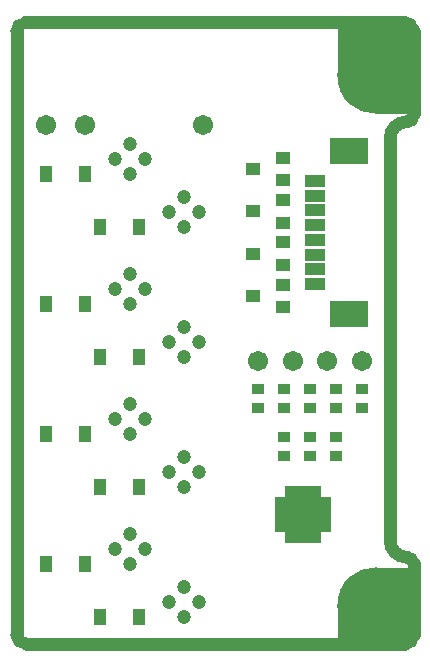
<source format=gbs>
G04*
G04 #@! TF.GenerationSoftware,Altium Limited,Altium Designer,25.3.2 (17)*
G04*
G04 Layer_Color=16711935*
%FSLAX44Y44*%
%MOMM*%
G71*
G04*
G04 #@! TF.SameCoordinates,D9C597C5-9DFD-42FE-9E8E-5E5B82B02BC8*
G04*
G04*
G04 #@! TF.FilePolarity,Negative*
G04*
G01*
G75*
%ADD13C,1.0922*%
%ADD14R,3.3586X3.3626*%
%ADD15R,6.5336X4.6587*%
%ADD16R,3.3782X3.3587*%
%ADD17R,3.3565X6.5340*%
%ADD18C,1.2032*%
%ADD19C,6.5532*%
%ADD20C,0.8032*%
%ADD42R,1.0032X0.9032*%
%ADD43C,1.7032*%
%ADD44R,1.1132X1.4232*%
%ADD45R,1.1132X1.4232*%
%ADD46R,1.1532X1.1032*%
%ADD47R,1.8032X1.0032*%
%ADD48R,3.2032X2.3032*%
G36*
X336160Y522595D02*
X336164Y522595D01*
X336227Y522587D01*
X336289Y522580D01*
X336293Y522579D01*
X336297Y522579D01*
X336357Y522564D01*
X336418Y522548D01*
X336422Y522547D01*
X336426Y522546D01*
X336483Y522523D01*
X336542Y522500D01*
X336546Y522498D01*
X336549Y522496D01*
X336603Y522466D01*
X336659Y522435D01*
X336662Y522433D01*
X336665Y522431D01*
X336716Y522393D01*
X336766Y522356D01*
X336768Y522353D01*
X336772Y522351D01*
X336817Y522307D01*
X336862Y522264D01*
X336864Y522261D01*
X336867Y522258D01*
X336906Y522208D01*
X336945Y522160D01*
X336947Y522156D01*
X336949Y522153D01*
X345839Y509151D01*
X345865Y509108D01*
X345892Y509065D01*
X345899Y509050D01*
X345907Y509036D01*
X345927Y508990D01*
X345948Y508945D01*
X345953Y508929D01*
X345959Y508914D01*
X345973Y508865D01*
X345988Y508817D01*
X345990Y508802D01*
X345995Y508786D01*
X346002Y508736D01*
X346011Y508686D01*
X346011Y508670D01*
X346014Y508654D01*
X346014Y508604D01*
X346017Y508553D01*
X345963Y506176D01*
X345960Y506145D01*
X345959Y506115D01*
X345528Y500877D01*
X345523Y500845D01*
X345521Y500812D01*
X344658Y494930D01*
X344651Y494899D01*
X344647Y494868D01*
X342543Y484836D01*
X342537Y484813D01*
X342533Y484790D01*
X340591Y477297D01*
X340576Y477252D01*
X340563Y477207D01*
X340555Y477189D01*
X340549Y477170D01*
X340529Y477128D01*
X340510Y477085D01*
X340500Y477068D01*
X340491Y477050D01*
X340466Y477011D01*
X340441Y476971D01*
X340429Y476955D01*
X340418Y476939D01*
X340387Y476903D01*
X340358Y476867D01*
X340344Y476853D01*
X340331Y476838D01*
X340296Y476807D01*
X340262Y476774D01*
X340247Y476763D01*
X340232Y476749D01*
X340193Y476723D01*
X340155Y476695D01*
X340138Y476686D01*
X340122Y476675D01*
X340080Y476653D01*
X340039Y476631D01*
X340021Y476624D01*
X340003Y476615D01*
X339958Y476599D01*
X339915Y476582D01*
X339896Y476577D01*
X339877Y476571D01*
X339831Y476561D01*
X339786Y476550D01*
X339766Y476548D01*
X339747Y476544D01*
X339700Y476540D01*
X339653Y476535D01*
X339634Y476535D01*
X339614Y476534D01*
X339567Y476537D01*
X339520Y476538D01*
X339501Y476540D01*
X339481Y476542D01*
X339434Y476550D01*
X339388Y476557D01*
X339370Y476563D01*
X339350Y476567D01*
X339305Y476581D01*
X339260Y476594D01*
X339242Y476602D01*
X339224Y476608D01*
X339181Y476629D01*
X339138Y476647D01*
X339121Y476658D01*
X339104Y476666D01*
X339064Y476692D01*
X339024Y476716D01*
X339009Y476728D01*
X338992Y476739D01*
X338956Y476770D01*
X338920Y476799D01*
X338907Y476813D01*
X338891Y476826D01*
X338860Y476861D01*
X338828Y476895D01*
X338816Y476911D01*
X338803Y476926D01*
X338776Y476965D01*
X338749Y477002D01*
X338739Y477020D01*
X338728Y477036D01*
X338707Y477078D01*
X338684Y477119D01*
X338677Y477137D01*
X338668Y477155D01*
X338653Y477199D01*
X338635Y477243D01*
X328095Y510297D01*
X328084Y510343D01*
X328070Y510389D01*
X328068Y510407D01*
X328063Y510426D01*
X328058Y510473D01*
X328051Y510521D01*
X328050Y510539D01*
X328048Y510558D01*
X328049Y510606D01*
X328048Y510654D01*
X328050Y510672D01*
X328051Y510691D01*
X328058Y510739D01*
X328063Y510786D01*
X328068Y510805D01*
X328070Y510823D01*
X328084Y510869D01*
X328095Y510915D01*
X328102Y510933D01*
X328107Y510951D01*
X328126Y510995D01*
X328144Y511039D01*
X328153Y511056D01*
X328161Y511073D01*
X328185Y511114D01*
X328208Y511156D01*
X335252Y522128D01*
X335254Y522132D01*
X335256Y522135D01*
X335294Y522186D01*
X335331Y522236D01*
X335334Y522238D01*
X335336Y522242D01*
X335380Y522287D01*
X335423Y522331D01*
X335426Y522334D01*
X335429Y522337D01*
X335479Y522376D01*
X335527Y522414D01*
X335531Y522416D01*
X335534Y522419D01*
X335588Y522451D01*
X335642Y522483D01*
X335645Y522485D01*
X335648Y522487D01*
X335706Y522511D01*
X335764Y522536D01*
X335767Y522537D01*
X335771Y522539D01*
X335833Y522556D01*
X335892Y522573D01*
X335895Y522574D01*
X335899Y522575D01*
X335961Y522584D01*
X336023Y522593D01*
X336027Y522593D01*
X336031Y522594D01*
X336094Y522594D01*
X336157Y522595D01*
X336160Y522595D01*
D02*
G37*
G36*
X261853Y129046D02*
X270877D01*
Y124046D01*
Y119046D01*
X261853D01*
Y119046D01*
X270877D01*
Y114046D01*
Y109046D01*
X261853D01*
Y109046D01*
X270877D01*
Y104046D01*
Y99046D01*
X261853D01*
Y90022D01*
X251853D01*
Y99046D01*
X251853D01*
Y90022D01*
X241853D01*
Y99046D01*
X241853D01*
Y90022D01*
X231853D01*
Y99046D01*
X222829D01*
Y104046D01*
Y109046D01*
X231853D01*
Y109046D01*
X222829D01*
Y114046D01*
Y119046D01*
X231853D01*
Y119046D01*
X222829D01*
Y124046D01*
Y129046D01*
X231853D01*
Y138070D01*
X241853D01*
Y129046D01*
X241853D01*
Y138070D01*
X251853D01*
Y129046D01*
X251853D01*
Y138070D01*
X261853D01*
Y129046D01*
D02*
G37*
G36*
X339667Y45359D02*
X339687Y45359D01*
X339732Y45353D01*
X339779Y45350D01*
X339799Y45346D01*
X339819Y45343D01*
X339864Y45332D01*
X339909Y45322D01*
X339928Y45316D01*
X339948Y45311D01*
X339992Y45293D01*
X340035Y45278D01*
X340053Y45269D01*
X340072Y45261D01*
X340112Y45239D01*
X340154Y45218D01*
X340171Y45206D01*
X340188Y45196D01*
X340225Y45169D01*
X340264Y45142D01*
X340279Y45129D01*
X340295Y45117D01*
X340328Y45085D01*
X340363Y45054D01*
X340376Y45038D01*
X340391Y45024D01*
X340419Y44988D01*
X340449Y44952D01*
X340461Y44935D01*
X340473Y44919D01*
X340497Y44880D01*
X340522Y44841D01*
X340531Y44823D01*
X340541Y44805D01*
X340560Y44763D01*
X340580Y44721D01*
X340586Y44701D01*
X340594Y44683D01*
X340607Y44638D01*
X340621Y44594D01*
X342545Y37071D01*
X342549Y37048D01*
X342555Y37025D01*
X344639Y26962D01*
X344644Y26932D01*
X344650Y26902D01*
X345505Y21009D01*
X345508Y20977D01*
X345512Y20946D01*
X345940Y15705D01*
X345940Y15675D01*
X345943Y15645D01*
X345996Y13270D01*
X345994Y13228D01*
X345995Y13186D01*
X345992Y13161D01*
X345990Y13137D01*
X345983Y13096D01*
X345978Y13054D01*
X345972Y13030D01*
X345967Y13005D01*
X345955Y12965D01*
X345944Y12925D01*
X345935Y12902D01*
X345928Y12878D01*
X345910Y12840D01*
X345894Y12802D01*
X345882Y12780D01*
X345871Y12758D01*
X345849Y12722D01*
X345828Y12686D01*
X345813Y12666D01*
X345800Y12645D01*
X345773Y12613D01*
X345748Y12580D01*
X345730Y12562D01*
X345714Y12543D01*
X345684Y12515D01*
X345654Y12485D01*
X345634Y12470D01*
X345616Y12453D01*
X345582Y12429D01*
X345549Y12404D01*
X345527Y12391D01*
X345507Y12377D01*
X345470Y12357D01*
X345434Y12336D01*
X345411Y12327D01*
X345389Y12315D01*
X345350Y12301D01*
X345311Y12284D01*
X345287Y12278D01*
X345264Y12269D01*
X345223Y12260D01*
X345183Y12249D01*
X336293Y10426D01*
X336292Y10426D01*
X336292Y10426D01*
X336213Y10415D01*
X336161Y10408D01*
X336161D01*
X336160Y10408D01*
X336066Y10407D01*
X336028Y10407D01*
X336027Y10407D01*
X336027D01*
X335954Y10417D01*
X335896Y10424D01*
X335895Y10424D01*
X335895Y10424D01*
X335822Y10443D01*
X335767Y10458D01*
X335766Y10458D01*
X335766Y10458D01*
X335694Y10487D01*
X335643Y10508D01*
X335643Y10508D01*
X335643Y10508D01*
X335589Y10539D01*
X335528Y10574D01*
X335527Y10574D01*
X335527Y10574D01*
X335468Y10619D01*
X335421Y10654D01*
X335421Y10654D01*
X335421Y10655D01*
X335362Y10713D01*
X335327Y10748D01*
X335327Y10748D01*
X335326Y10748D01*
X335284Y10803D01*
X335245Y10853D01*
X335245Y10853D01*
X335245Y10854D01*
X335210Y10913D01*
X335178Y10968D01*
X335178Y10968D01*
X335177Y10969D01*
X335153Y11028D01*
X335126Y11091D01*
X335126Y11091D01*
X335126Y11091D01*
X335112Y11143D01*
X335091Y11219D01*
X335091Y11219D01*
X335091Y11220D01*
X335082Y11284D01*
X335073Y11351D01*
Y11351D01*
X335073Y11352D01*
X335008Y12264D01*
X334861Y12800D01*
X334705Y13043D01*
X334569Y13132D01*
X334302Y13173D01*
X333777Y13088D01*
X333006Y12793D01*
X332368Y12445D01*
X332047Y11884D01*
X331721Y11113D01*
X331604Y10578D01*
X331625Y10310D01*
X331679Y10211D01*
X331837Y10097D01*
X332268Y9967D01*
X333078Y9905D01*
X333120Y9899D01*
X333163Y9895D01*
X333186Y9890D01*
X333210Y9886D01*
X333251Y9875D01*
X333293Y9865D01*
X333315Y9857D01*
X333338Y9851D01*
X333377Y9834D01*
X333417Y9819D01*
X333439Y9808D01*
X333461Y9798D01*
X333497Y9777D01*
X333535Y9757D01*
X333555Y9742D01*
X333575Y9730D01*
X333609Y9704D01*
X333644Y9679D01*
X333661Y9663D01*
X333680Y9648D01*
X333710Y9618D01*
X333741Y9589D01*
X333756Y9570D01*
X333773Y9553D01*
X333799Y9519D01*
X333826Y9486D01*
X333839Y9466D01*
X333853Y9446D01*
X333874Y9409D01*
X333897Y9373D01*
X333907Y9351D01*
X333918Y9330D01*
X333934Y9290D01*
X333952Y9252D01*
X333959Y9229D01*
X333968Y9207D01*
X333979Y9165D01*
X333991Y9125D01*
X333995Y9101D01*
X334001Y9078D01*
X334006Y9035D01*
X334013Y8993D01*
X334014Y8969D01*
X334017Y8946D01*
X334016Y8903D01*
X334018Y8860D01*
X334016Y8836D01*
X334016Y8812D01*
X334009Y8770D01*
X334005Y8727D01*
X332569Y-162D01*
X332555Y-222D01*
X332541Y-286D01*
X332539Y-289D01*
X332539Y-292D01*
X332517Y-351D01*
X332495Y-411D01*
X332494Y-414D01*
X332492Y-417D01*
X332461Y-476D01*
X332433Y-529D01*
X332432Y-532D01*
X332430Y-535D01*
X332393Y-587D01*
X332357Y-638D01*
X332355Y-640D01*
X332353Y-643D01*
X332310Y-689D01*
X332267Y-736D01*
X332264Y-738D01*
X332262Y-741D01*
X332215Y-780D01*
X332165Y-822D01*
X332162Y-824D01*
X332159Y-826D01*
X332107Y-858D01*
X332052Y-893D01*
X332049Y-895D01*
X332046Y-896D01*
X331992Y-921D01*
X331932Y-949D01*
X331928Y-950D01*
X331925Y-952D01*
X331867Y-970D01*
X331805Y-989D01*
X331801Y-990D01*
X331798Y-991D01*
X331734Y-1001D01*
X331673Y-1012D01*
X331670Y-1012D01*
X331667Y-1013D01*
X331605Y-1015D01*
X331540Y-1018D01*
X329162Y-964D01*
X329132Y-961D01*
X329102Y-961D01*
X323863Y-529D01*
X323831Y-524D01*
X323799Y-522D01*
X317917Y342D01*
X317887Y348D01*
X317856Y353D01*
X307826Y2457D01*
X307803Y2464D01*
X307780Y2468D01*
X300289Y4411D01*
X300244Y4426D01*
X300199Y4439D01*
X300181Y4447D01*
X300162Y4453D01*
X300120Y4473D01*
X300077Y4492D01*
X300060Y4502D01*
X300042Y4511D01*
X300003Y4536D01*
X299963Y4561D01*
X299947Y4573D01*
X299931Y4584D01*
X299895Y4615D01*
X299859Y4644D01*
X299845Y4658D01*
X299830Y4671D01*
X299799Y4706D01*
X299766Y4740D01*
X299755Y4756D01*
X299742Y4770D01*
X299715Y4809D01*
X299687Y4847D01*
X299678Y4864D01*
X299667Y4881D01*
X299646Y4922D01*
X299623Y4964D01*
X299616Y4982D01*
X299607Y4999D01*
X299591Y5044D01*
X299574Y5088D01*
X299569Y5107D01*
X299563Y5125D01*
X299553Y5171D01*
X299542Y5217D01*
X299540Y5236D01*
X299536Y5256D01*
X299533Y5303D01*
X299527Y5349D01*
X299528Y5369D01*
X299526Y5389D01*
X299529Y5436D01*
X299530Y5482D01*
X299533Y5502D01*
X299534Y5521D01*
X299543Y5567D01*
X299550Y5614D01*
X299555Y5633D01*
X299559Y5652D01*
X299573Y5697D01*
X299587Y5742D01*
X299594Y5760D01*
X299601Y5779D01*
X299621Y5821D01*
X299640Y5864D01*
X299650Y5881D01*
X299659Y5899D01*
X299684Y5938D01*
X299709Y5978D01*
X299721Y5993D01*
X299732Y6010D01*
X299762Y6046D01*
X299792Y6082D01*
X299806Y6096D01*
X299819Y6111D01*
X299853Y6142D01*
X299888Y6175D01*
X299904Y6187D01*
X299918Y6199D01*
X299957Y6226D01*
X299995Y6254D01*
X300012Y6263D01*
X300028Y6274D01*
X300070Y6295D01*
X300111Y6318D01*
X300130Y6325D01*
X300147Y6334D01*
X300191Y6350D01*
X300235Y6367D01*
X329259Y15611D01*
X338666Y44656D01*
X338683Y44699D01*
X338698Y44742D01*
X338708Y44760D01*
X338715Y44779D01*
X338738Y44820D01*
X338759Y44861D01*
X338770Y44878D01*
X338780Y44896D01*
X338808Y44932D01*
X338834Y44971D01*
X338848Y44986D01*
X338860Y45002D01*
X338892Y45035D01*
X338923Y45070D01*
X338938Y45083D01*
X338952Y45098D01*
X338989Y45126D01*
X339024Y45157D01*
X339041Y45168D01*
X339057Y45181D01*
X339097Y45204D01*
X339136Y45229D01*
X339154Y45238D01*
X339171Y45249D01*
X339214Y45267D01*
X339256Y45287D01*
X339275Y45293D01*
X339294Y45301D01*
X339338Y45314D01*
X339382Y45328D01*
X339403Y45332D01*
X339422Y45338D01*
X339467Y45344D01*
X339513Y45353D01*
X339534Y45354D01*
X339554Y45357D01*
X339600Y45357D01*
X339646Y45360D01*
X339667Y45359D01*
D02*
G37*
D13*
X334968Y446445D02*
G03*
X320556Y432038I33J-14445D01*
G01*
X320555Y92000D02*
G03*
X335000Y77555I14445J0D01*
G01*
X12000Y530555D02*
G03*
X4445Y523000I0J-7555D01*
G01*
X340554Y452520D02*
G03*
X340523Y451758I9414J-762D01*
G01*
X335010Y446445D02*
G03*
X340528Y451443I-9J5555D01*
G01*
X333000Y4445D02*
G03*
X340533Y11424I0J7555D01*
G01*
Y72491D02*
G03*
X335000Y77555I-5533J-492D01*
G01*
X4445Y12000D02*
G03*
X12000Y4445I7555J0D01*
G01*
X340533Y523583D02*
G03*
X333000Y530555I-7533J-583D01*
G01*
X12000Y4445D02*
X333000D01*
X320555Y92000D02*
Y431903D01*
X12000Y530555D02*
X333000D01*
X340533Y11424D02*
Y72491D01*
X340554Y452520D02*
Y523163D01*
X4445Y12000D02*
Y523000D01*
D14*
X324777Y470203D02*
D03*
D15*
X308902Y508278D02*
D03*
D16*
X293125Y20222D02*
D03*
D17*
X324767Y36099D02*
D03*
D18*
X100500Y71800D02*
D03*
X87800Y84500D02*
D03*
X113200D02*
D03*
X100500Y97200D02*
D03*
X146300Y27100D02*
D03*
X133600Y39800D02*
D03*
X159000D02*
D03*
X146300Y52500D02*
D03*
X100500Y427200D02*
D03*
X113200Y414500D02*
D03*
X87800D02*
D03*
X100500Y401800D02*
D03*
X146300Y382500D02*
D03*
X159000Y369800D02*
D03*
X133600D02*
D03*
X146300Y357100D02*
D03*
X100500Y317200D02*
D03*
X113200Y304500D02*
D03*
X87800D02*
D03*
X100500Y291800D02*
D03*
X146300Y272500D02*
D03*
X159000Y259800D02*
D03*
X133600D02*
D03*
X146300Y247100D02*
D03*
X100500Y207200D02*
D03*
X113200Y194500D02*
D03*
X87800D02*
D03*
X100500Y181800D02*
D03*
X146300Y162500D02*
D03*
X159000Y149800D02*
D03*
X133600D02*
D03*
X146300Y137100D02*
D03*
X325164Y469836D02*
D03*
X292836D02*
D03*
Y502164D02*
D03*
X325164D02*
D03*
X331860Y486000D02*
D03*
X309000Y463140D02*
D03*
X286140Y486000D02*
D03*
X309000Y508860D02*
D03*
X325164Y19835D02*
D03*
X292836D02*
D03*
Y52165D02*
D03*
X325164D02*
D03*
X331860Y36000D02*
D03*
X309000Y13140D02*
D03*
X286140Y36000D02*
D03*
X309000Y58860D02*
D03*
D19*
Y486000D02*
D03*
Y36000D02*
D03*
D20*
X333114Y530371D02*
D03*
X317114Y530356D02*
D03*
X301114D02*
D03*
X285114D02*
D03*
X269114D02*
D03*
X253114D02*
D03*
X237114D02*
D03*
X221114D02*
D03*
X205114D02*
D03*
X189114D02*
D03*
X173114D02*
D03*
X157114D02*
D03*
X141114D02*
D03*
X125114D02*
D03*
X109114D02*
D03*
X93114D02*
D03*
X77114D02*
D03*
X61114D02*
D03*
X45114D02*
D03*
X29114D02*
D03*
X13114D02*
D03*
X4644Y516782D02*
D03*
Y500782D02*
D03*
Y484782D02*
D03*
Y468782D02*
D03*
Y452782D02*
D03*
Y436782D02*
D03*
Y420782D02*
D03*
Y404782D02*
D03*
Y388782D02*
D03*
Y372782D02*
D03*
Y356782D02*
D03*
Y340782D02*
D03*
Y324782D02*
D03*
Y308782D02*
D03*
Y292782D02*
D03*
Y276782D02*
D03*
Y260782D02*
D03*
Y244782D02*
D03*
Y228782D02*
D03*
Y212782D02*
D03*
Y196782D02*
D03*
Y180782D02*
D03*
Y164782D02*
D03*
Y148782D02*
D03*
Y132782D02*
D03*
Y116782D02*
D03*
Y100782D02*
D03*
Y84782D02*
D03*
Y68782D02*
D03*
Y52782D02*
D03*
Y36782D02*
D03*
Y20782D02*
D03*
X8860Y5348D02*
D03*
X24845Y4644D02*
D03*
X40845D02*
D03*
X56845D02*
D03*
X72845D02*
D03*
X88845D02*
D03*
X104845D02*
D03*
X120845D02*
D03*
X136845D02*
D03*
X152845D02*
D03*
X168845D02*
D03*
X184845D02*
D03*
X200845D02*
D03*
X216845D02*
D03*
X232845D02*
D03*
X248845D02*
D03*
X264845D02*
D03*
X280845D02*
D03*
X340335Y63779D02*
D03*
X332650Y77812D02*
D03*
X321004Y88783D02*
D03*
X320356Y104770D02*
D03*
Y120770D02*
D03*
Y136770D02*
D03*
Y152770D02*
D03*
Y168770D02*
D03*
Y184770D02*
D03*
Y200770D02*
D03*
Y216770D02*
D03*
Y232770D02*
D03*
Y248770D02*
D03*
Y264770D02*
D03*
Y280770D02*
D03*
Y296770D02*
D03*
Y312770D02*
D03*
Y328770D02*
D03*
Y344770D02*
D03*
Y360770D02*
D03*
Y376770D02*
D03*
Y392770D02*
D03*
Y408770D02*
D03*
Y424770D02*
D03*
X323615Y440435D02*
D03*
X337961Y447520D02*
D03*
X340355Y463340D02*
D03*
Y511339D02*
D03*
D42*
X274696Y163196D02*
D03*
Y179196D02*
D03*
X208788Y204390D02*
D03*
Y220390D02*
D03*
X252725Y179206D02*
D03*
Y163206D02*
D03*
X230759D02*
D03*
Y179206D02*
D03*
X252730Y204390D02*
D03*
Y220390D02*
D03*
X230749Y220380D02*
D03*
Y204380D02*
D03*
X274701Y220390D02*
D03*
Y204390D02*
D03*
X296672Y220390D02*
D03*
Y204390D02*
D03*
D43*
Y244179D02*
D03*
X208788D02*
D03*
X267377D02*
D03*
X238083D02*
D03*
X61850Y443540D02*
D03*
X29150D02*
D03*
X162560D02*
D03*
D44*
X61850Y71800D02*
D03*
X107650Y137100D02*
D03*
X61850Y401800D02*
D03*
Y181800D02*
D03*
X107650Y357100D02*
D03*
Y247100D02*
D03*
X61850Y291800D02*
D03*
X107650Y27100D02*
D03*
D45*
X29150Y71800D02*
D03*
X74950Y137100D02*
D03*
X29150Y401800D02*
D03*
Y181800D02*
D03*
X74950Y357100D02*
D03*
Y247100D02*
D03*
X29150Y291800D02*
D03*
X74950Y27100D02*
D03*
D46*
X229708Y396954D02*
D03*
X204708Y406454D02*
D03*
X229708Y415954D02*
D03*
X229708Y361037D02*
D03*
X204708Y370537D02*
D03*
X229708Y380037D02*
D03*
Y325121D02*
D03*
X204708Y334621D02*
D03*
X229708Y344121D02*
D03*
Y289204D02*
D03*
X204708Y298704D02*
D03*
X229708Y308204D02*
D03*
D47*
X256794Y308848D02*
D03*
Y321348D02*
D03*
Y333848D02*
D03*
Y346348D02*
D03*
Y396348D02*
D03*
Y383848D02*
D03*
Y358848D02*
D03*
Y371348D02*
D03*
D48*
X285794Y283348D02*
D03*
Y421848D02*
D03*
M02*

</source>
